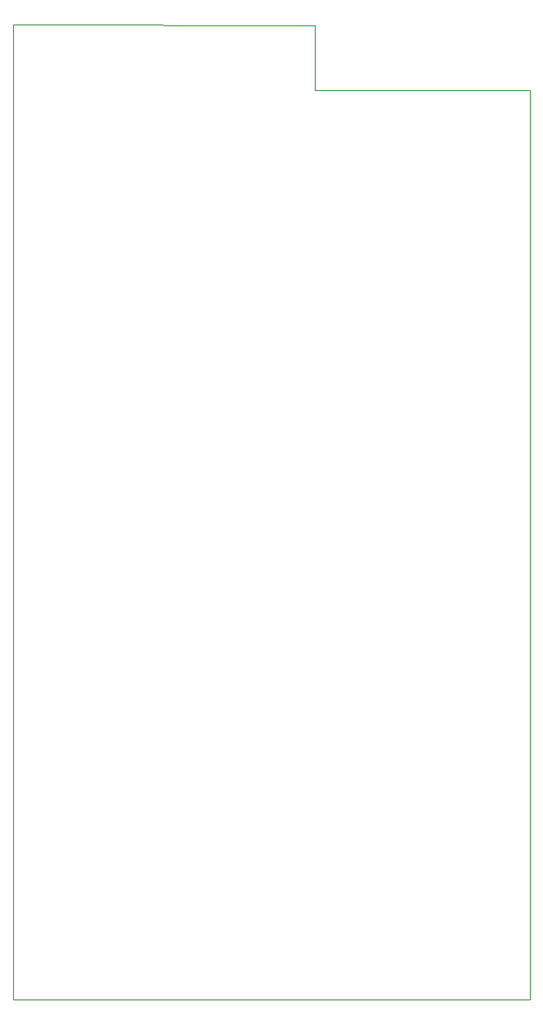
<source format=gm1>
G04 #@! TF.GenerationSoftware,KiCad,Pcbnew,7.0.10-7.0.10~ubuntu23.10.1*
G04 #@! TF.CreationDate,2024-02-11T21:25:11+01:00*
G04 #@! TF.ProjectId,mainBoard,6d61696e-426f-4617-9264-2e6b69636164,rev?*
G04 #@! TF.SameCoordinates,Original*
G04 #@! TF.FileFunction,Profile,NP*
%FSLAX46Y46*%
G04 Gerber Fmt 4.6, Leading zero omitted, Abs format (unit mm)*
G04 Created by KiCad (PCBNEW 7.0.10-7.0.10~ubuntu23.10.1) date 2024-02-11 21:25:11*
%MOMM*%
%LPD*%
G01*
G04 APERTURE LIST*
G04 #@! TA.AperFunction,Profile*
%ADD10C,0.100000*%
G04 #@! TD*
G04 APERTURE END LIST*
D10*
X148997200Y-53325347D02*
X169672000Y-53325347D01*
X148997200Y-46990000D02*
X148997200Y-53325347D01*
X169787200Y-141224000D02*
X119787200Y-141224000D01*
X119787200Y-46975347D02*
X148997200Y-46990000D01*
X169787200Y-53325347D02*
X169787200Y-141224000D01*
X119787200Y-141224000D02*
X119787200Y-46975347D01*
M02*

</source>
